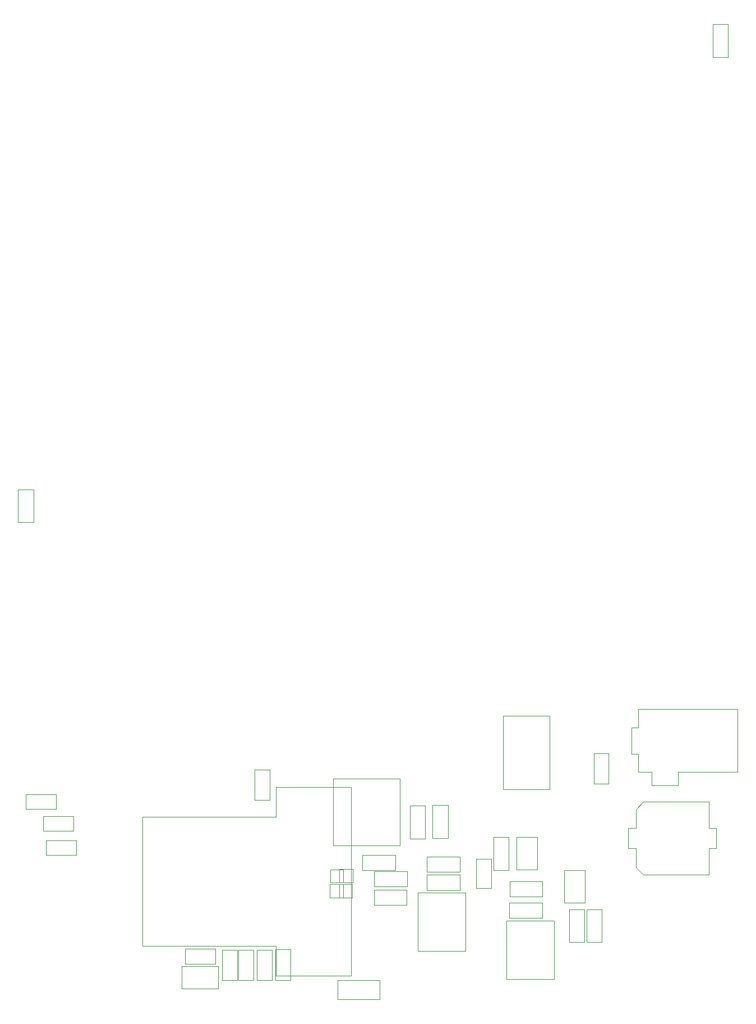
<source format=gbr>
%TF.GenerationSoftware,KiCad,Pcbnew,(6.0.0)*%
%TF.CreationDate,2022-06-08T16:09:46+02:00*%
%TF.ProjectId,HotPlate,486f7450-6c61-4746-952e-6b696361645f,1.0*%
%TF.SameCoordinates,Original*%
%TF.FileFunction,Other,User*%
%FSLAX46Y46*%
G04 Gerber Fmt 4.6, Leading zero omitted, Abs format (unit mm)*
G04 Created by KiCad (PCBNEW (6.0.0)) date 2022-06-08 16:09:46*
%MOMM*%
%LPD*%
G01*
G04 APERTURE LIST*
%ADD10C,0.050000*%
G04 APERTURE END LIST*
D10*
%TO.C,LEDR1*%
X4832500Y-140350000D02*
X4832500Y-142590000D01*
X9392500Y-140350000D02*
X4832500Y-140350000D01*
X4832500Y-142590000D02*
X9392500Y-142590000D01*
X9392500Y-142590000D02*
X9392500Y-140350000D01*
%TO.C,J1*%
X97320000Y-134252500D02*
X97320000Y-137002500D01*
X112320000Y-137002500D02*
X112320000Y-127502500D01*
X97320000Y-127752500D02*
X97320000Y-130252500D01*
X97320000Y-130252500D02*
X96320000Y-130252500D01*
X103320000Y-139002500D02*
X103320000Y-137002500D01*
X97320000Y-137002500D02*
X99320000Y-137002500D01*
X99320000Y-139002500D02*
X103320000Y-139002500D01*
X99320000Y-137002500D02*
X99320000Y-139002500D01*
X96320000Y-134252500D02*
X97320000Y-134252500D01*
X103320000Y-137002500D02*
X112320000Y-137002500D01*
X96320000Y-130252500D02*
X96320000Y-134252500D01*
X97320000Y-127502500D02*
X112320000Y-127502500D01*
X97320000Y-127752500D02*
X97320000Y-127502500D01*
%TO.C,LC1*%
X65419648Y-154792500D02*
X70379648Y-154792500D01*
X65419648Y-152492500D02*
X65419648Y-154792500D01*
X70379648Y-152492500D02*
X65419648Y-152492500D01*
X70379648Y-154792500D02*
X70379648Y-152492500D01*
%TO.C,ESP_RST_C1*%
X28884648Y-165930000D02*
X33484648Y-165930000D01*
X33484648Y-163630000D02*
X28884648Y-163630000D01*
X33484648Y-165930000D02*
X33484648Y-163630000D01*
X28884648Y-163630000D02*
X28884648Y-165930000D01*
%TO.C,UMW30N6*%
X76930000Y-128470000D02*
X83930000Y-128470000D01*
X83930000Y-128470000D02*
X83930000Y-139570000D01*
X83930000Y-139570000D02*
X76930000Y-139570000D01*
X76930000Y-139570000D02*
X76930000Y-128470000D01*
%TO.C,LC3*%
X70349648Y-149742500D02*
X65389648Y-149742500D01*
X65389648Y-152042500D02*
X70349648Y-152042500D01*
X65389648Y-149742500D02*
X65389648Y-152042500D01*
X70349648Y-152042500D02*
X70349648Y-149742500D01*
%TO.C,LC2*%
X62340000Y-154710000D02*
X57380000Y-154710000D01*
X62340000Y-157010000D02*
X62340000Y-154710000D01*
X57380000Y-154710000D02*
X57380000Y-157010000D01*
X57380000Y-157010000D02*
X62340000Y-157010000D01*
%TO.C,J2*%
X58245000Y-171280500D02*
X51895000Y-171280500D01*
X51895000Y-171280500D02*
X51895000Y-168359500D01*
X51895000Y-168359500D02*
X58245000Y-168359500D01*
X58245000Y-168359500D02*
X58245000Y-171280500D01*
%TO.C,RST1*%
X28404648Y-169630000D02*
X33904648Y-169630000D01*
X28404648Y-166230000D02*
X28404648Y-169630000D01*
X33904648Y-166230000D02*
X28404648Y-166230000D01*
X33904648Y-169630000D02*
X33904648Y-166230000D01*
%TO.C,SMAJ18A1*%
X78920000Y-146822500D02*
X78920000Y-151722500D01*
X82080000Y-146822500D02*
X78920000Y-146822500D01*
X78920000Y-151722500D02*
X82080000Y-151722500D01*
X82080000Y-151722500D02*
X82080000Y-146822500D01*
%TO.C,D1*%
X86080000Y-156670000D02*
X89240000Y-156670000D01*
X89240000Y-151770000D02*
X86080000Y-151770000D01*
X89240000Y-156670000D02*
X89240000Y-151770000D01*
X86080000Y-151770000D02*
X86080000Y-156670000D01*
%TO.C,ESP_EN_C1*%
X39214648Y-168410000D02*
X39214648Y-163810000D01*
X39214648Y-163810000D02*
X36914648Y-163810000D01*
X36914648Y-163810000D02*
X36914648Y-168410000D01*
X36914648Y-168410000D02*
X39214648Y-168410000D01*
%TO.C,ZLDO1117-3.3*%
X64030000Y-155190000D02*
X71230000Y-155190000D01*
X64030000Y-163990000D02*
X64030000Y-155190000D01*
X71230000Y-163990000D02*
X64030000Y-163990000D01*
X71230000Y-155190000D02*
X71230000Y-163990000D01*
%TO.C,PR1*%
X68555000Y-146952500D02*
X68555000Y-141992500D01*
X66255000Y-141992500D02*
X66255000Y-146952500D01*
X68555000Y-141992500D02*
X66255000Y-141992500D01*
X66255000Y-146952500D02*
X68555000Y-146952500D01*
%TO.C,TC1*%
X5990000Y-94360000D02*
X3690000Y-94360000D01*
X3690000Y-99320000D02*
X5990000Y-99320000D01*
X5990000Y-99320000D02*
X5990000Y-94360000D01*
X3690000Y-94360000D02*
X3690000Y-99320000D01*
%TO.C,ESPC2*%
X39724648Y-163810000D02*
X39724648Y-168410000D01*
X42024648Y-168410000D02*
X42024648Y-163810000D01*
X42024648Y-163810000D02*
X39724648Y-163810000D01*
X39724648Y-168410000D02*
X42024648Y-168410000D01*
%TO.C,LEDR3*%
X12432500Y-149520000D02*
X12432500Y-147280000D01*
X7872500Y-149520000D02*
X12432500Y-149520000D01*
X7872500Y-147280000D02*
X7872500Y-149520000D01*
X12432500Y-147280000D02*
X7872500Y-147280000D01*
%TO.C,ESPC1*%
X42544648Y-163740000D02*
X42544648Y-168340000D01*
X42544648Y-168340000D02*
X44844648Y-168340000D01*
X44844648Y-168340000D02*
X44844648Y-163740000D01*
X44844648Y-163740000D02*
X42544648Y-163740000D01*
%TO.C,PD50*%
X75140000Y-154510000D02*
X72840000Y-154510000D01*
X72840000Y-150110000D02*
X72840000Y-154510000D01*
X75140000Y-154510000D02*
X75140000Y-150110000D01*
X75140000Y-150110000D02*
X72840000Y-150110000D01*
%TO.C,ZLDO1117-5.0*%
X77425352Y-168230000D02*
X77425352Y-159430000D01*
X77425352Y-159430000D02*
X84625352Y-159430000D01*
X84625352Y-168230000D02*
X77425352Y-168230000D01*
X84625352Y-159430000D02*
X84625352Y-168230000D01*
%TO.C,ESP32-WROOM32*%
X53920000Y-139220000D02*
X42640000Y-139220000D01*
X22420000Y-163220000D02*
X22420000Y-143720000D01*
X42640000Y-167720000D02*
X42640000Y-163220000D01*
X22420000Y-163220000D02*
X42640000Y-163220000D01*
X53920000Y-167720000D02*
X53920000Y-139220000D01*
X53920000Y-167720000D02*
X42640000Y-167720000D01*
X42640000Y-143720000D02*
X42640000Y-139220000D01*
X42640000Y-143720000D02*
X22420000Y-143720000D01*
%TO.C,LC7*%
X82840000Y-153460000D02*
X77880000Y-153460000D01*
X77880000Y-155760000D02*
X82840000Y-155760000D01*
X77880000Y-153460000D02*
X77880000Y-155760000D01*
X82840000Y-155760000D02*
X82840000Y-153460000D01*
%TO.C,LC5*%
X82825352Y-156680000D02*
X77865352Y-156680000D01*
X77865352Y-156680000D02*
X77865352Y-158980000D01*
X82825352Y-158980000D02*
X82825352Y-156680000D01*
X77865352Y-158980000D02*
X82825352Y-158980000D01*
%TO.C,PC2*%
X75474648Y-151770000D02*
X77774648Y-151770000D01*
X77774648Y-151770000D02*
X77774648Y-146810000D01*
X77774648Y-146810000D02*
X75474648Y-146810000D01*
X75474648Y-146810000D02*
X75474648Y-151770000D01*
%TO.C,LEDR2*%
X7462500Y-143660000D02*
X7462500Y-145900000D01*
X12022500Y-145900000D02*
X12022500Y-143660000D01*
X12022500Y-143660000D02*
X7462500Y-143660000D01*
X7462500Y-145900000D02*
X12022500Y-145900000D01*
%TO.C,PR2*%
X62845000Y-142072500D02*
X62845000Y-147032500D01*
X62845000Y-147032500D02*
X65145000Y-147032500D01*
X65145000Y-147032500D02*
X65145000Y-142072500D01*
X65145000Y-142072500D02*
X62845000Y-142072500D01*
%TO.C,TC2*%
X110820000Y-24220000D02*
X108520000Y-24220000D01*
X108520000Y-24220000D02*
X108520000Y-29180000D01*
X108520000Y-29180000D02*
X110820000Y-29180000D01*
X110820000Y-29180000D02*
X110820000Y-24220000D01*
%TO.C,LC4*%
X57450000Y-154270000D02*
X62410000Y-154270000D01*
X62410000Y-154270000D02*
X62410000Y-151970000D01*
X62410000Y-151970000D02*
X57450000Y-151970000D01*
X57450000Y-151970000D02*
X57450000Y-154270000D01*
%TO.C,PC1*%
X95797500Y-148470000D02*
X95797500Y-145470000D01*
X98097500Y-152470000D02*
X107947500Y-152470000D01*
X107947500Y-148470000D02*
X109097500Y-148470000D01*
X96947500Y-151320000D02*
X96947500Y-148470000D01*
X98097500Y-141470000D02*
X107947500Y-141470000D01*
X109097500Y-145470000D02*
X107947500Y-145470000D01*
X95797500Y-145470000D02*
X96947500Y-145470000D01*
X109097500Y-148470000D02*
X109097500Y-145470000D01*
X96947500Y-148470000D02*
X95797500Y-148470000D01*
X96947500Y-151320000D02*
X98097500Y-152470000D01*
X96947500Y-142620000D02*
X98097500Y-141470000D01*
X96947500Y-145470000D02*
X96947500Y-142620000D01*
X107947500Y-145470000D02*
X107947500Y-141470000D01*
X107947500Y-152470000D02*
X107947500Y-148470000D01*
%TO.C,HR1*%
X55670000Y-151800000D02*
X60630000Y-151800000D01*
X55670000Y-149500000D02*
X55670000Y-151800000D01*
X60630000Y-149500000D02*
X55670000Y-149500000D01*
X60630000Y-151800000D02*
X60630000Y-149500000D01*
%TO.C,CTX1*%
X52204648Y-153650000D02*
X54204648Y-153650000D01*
X52204648Y-153650000D02*
X52204648Y-151650000D01*
X54204648Y-151650000D02*
X54204648Y-153650000D01*
X54204648Y-151650000D02*
X52204648Y-151650000D01*
%TO.C,CRX2*%
X50804648Y-153660000D02*
X50804648Y-151660000D01*
X50804648Y-153660000D02*
X52804648Y-153660000D01*
X52804648Y-151660000D02*
X50804648Y-151660000D01*
X52804648Y-151660000D02*
X52804648Y-153660000D01*
%TO.C,CRX1*%
X52129648Y-155920000D02*
X52129648Y-153920000D01*
X52129648Y-155920000D02*
X54129648Y-155920000D01*
X54129648Y-153920000D02*
X52129648Y-153920000D01*
X54129648Y-153920000D02*
X54129648Y-155920000D01*
%TO.C,LC6*%
X86880000Y-157700000D02*
X86880000Y-162660000D01*
X86880000Y-162660000D02*
X89180000Y-162660000D01*
X89180000Y-162660000D02*
X89180000Y-157700000D01*
X89180000Y-157700000D02*
X86880000Y-157700000D01*
%TO.C,5A1*%
X90590000Y-134190000D02*
X90590000Y-138750000D01*
X90590000Y-138750000D02*
X92830000Y-138750000D01*
X92830000Y-134190000D02*
X90590000Y-134190000D01*
X92830000Y-138750000D02*
X92830000Y-134190000D01*
%TO.C,ENR1*%
X36734648Y-163830000D02*
X34494648Y-163830000D01*
X36734648Y-168390000D02*
X36734648Y-163830000D01*
X34494648Y-163830000D02*
X34494648Y-168390000D01*
X34494648Y-168390000D02*
X36734648Y-168390000D01*
%TO.C,BUZZER1*%
X51224648Y-148100000D02*
X61324648Y-148100000D01*
X61324648Y-138000000D02*
X51224648Y-138000000D01*
X61324648Y-148100000D02*
X61324648Y-138000000D01*
X51224648Y-138000000D02*
X51224648Y-148100000D01*
%TO.C,CTX2*%
X52739648Y-153920000D02*
X50739648Y-153920000D01*
X50739648Y-155920000D02*
X52739648Y-155920000D01*
X52739648Y-153920000D02*
X52739648Y-155920000D01*
X50739648Y-155920000D02*
X50739648Y-153920000D01*
%TO.C,ESPC4*%
X41684648Y-136620000D02*
X39384648Y-136620000D01*
X41684648Y-141220000D02*
X41684648Y-136620000D01*
X39384648Y-136620000D02*
X39384648Y-141220000D01*
X39384648Y-141220000D02*
X41684648Y-141220000D01*
%TO.C,LC8*%
X91830000Y-157680000D02*
X89530000Y-157680000D01*
X89530000Y-157680000D02*
X89530000Y-162640000D01*
X91830000Y-162640000D02*
X91830000Y-157680000D01*
X89530000Y-162640000D02*
X91830000Y-162640000D01*
%TD*%
M02*

</source>
